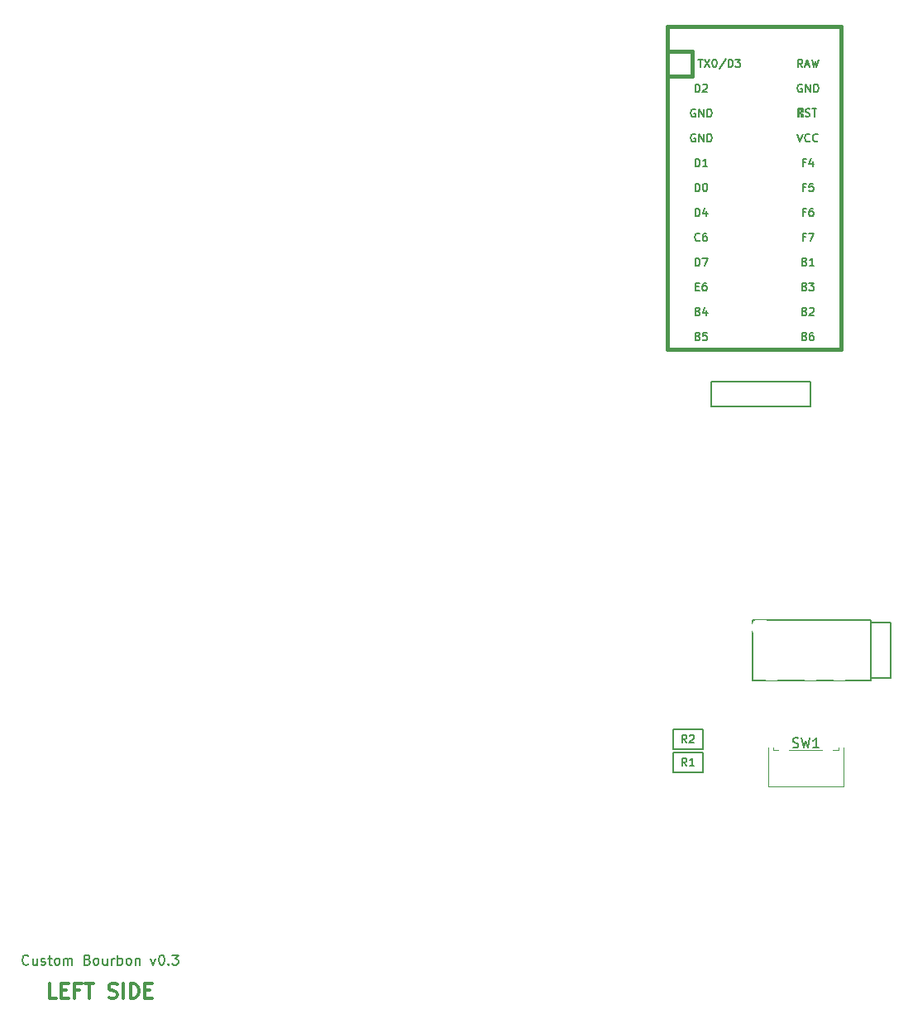
<source format=gto>
G04 #@! TF.GenerationSoftware,KiCad,Pcbnew,5.1.10*
G04 #@! TF.CreationDate,2021-07-11T16:17:35-04:00*
G04 #@! TF.ProjectId,v02_left,7630325f-6c65-4667-942e-6b696361645f,rev?*
G04 #@! TF.SameCoordinates,Original*
G04 #@! TF.FileFunction,Legend,Top*
G04 #@! TF.FilePolarity,Positive*
%FSLAX46Y46*%
G04 Gerber Fmt 4.6, Leading zero omitted, Abs format (unit mm)*
G04 Created by KiCad (PCBNEW 5.1.10) date 2021-07-11 16:17:35*
%MOMM*%
%LPD*%
G01*
G04 APERTURE LIST*
%ADD10C,0.300000*%
%ADD11C,0.150000*%
%ADD12C,0.120000*%
%ADD13C,0.381000*%
%ADD14C,2.200000*%
%ADD15C,1.200000*%
%ADD16C,2.100000*%
%ADD17C,1.750000*%
%ADD18O,2.000000X1.600000*%
%ADD19C,0.800000*%
%ADD20C,3.987800*%
%ADD21C,1.397000*%
%ADD22R,1.752600X1.752600*%
%ADD23C,1.752600*%
G04 APERTURE END LIST*
D10*
X-77525000Y-103866071D02*
X-78239285Y-103866071D01*
X-78239285Y-102366071D01*
X-77025000Y-103080357D02*
X-76525000Y-103080357D01*
X-76310714Y-103866071D02*
X-77025000Y-103866071D01*
X-77025000Y-102366071D01*
X-76310714Y-102366071D01*
X-75167857Y-103080357D02*
X-75667857Y-103080357D01*
X-75667857Y-103866071D02*
X-75667857Y-102366071D01*
X-74953571Y-102366071D01*
X-74596428Y-102366071D02*
X-73739285Y-102366071D01*
X-74167857Y-103866071D02*
X-74167857Y-102366071D01*
X-72167857Y-103794642D02*
X-71953571Y-103866071D01*
X-71596428Y-103866071D01*
X-71453571Y-103794642D01*
X-71382142Y-103723214D01*
X-71310714Y-103580357D01*
X-71310714Y-103437500D01*
X-71382142Y-103294642D01*
X-71453571Y-103223214D01*
X-71596428Y-103151785D01*
X-71882142Y-103080357D01*
X-72025000Y-103008928D01*
X-72096428Y-102937500D01*
X-72167857Y-102794642D01*
X-72167857Y-102651785D01*
X-72096428Y-102508928D01*
X-72025000Y-102437500D01*
X-71882142Y-102366071D01*
X-71525000Y-102366071D01*
X-71310714Y-102437500D01*
X-70667857Y-103866071D02*
X-70667857Y-102366071D01*
X-69953571Y-103866071D02*
X-69953571Y-102366071D01*
X-69596428Y-102366071D01*
X-69382142Y-102437500D01*
X-69239285Y-102580357D01*
X-69167857Y-102723214D01*
X-69096428Y-103008928D01*
X-69096428Y-103223214D01*
X-69167857Y-103508928D01*
X-69239285Y-103651785D01*
X-69382142Y-103794642D01*
X-69596428Y-103866071D01*
X-69953571Y-103866071D01*
X-68453571Y-103080357D02*
X-67953571Y-103080357D01*
X-67739285Y-103866071D02*
X-68453571Y-103866071D01*
X-68453571Y-102366071D01*
X-67739285Y-102366071D01*
D11*
X-80382142Y-100369642D02*
X-80429761Y-100417261D01*
X-80572619Y-100464880D01*
X-80667857Y-100464880D01*
X-80810714Y-100417261D01*
X-80905952Y-100322023D01*
X-80953571Y-100226785D01*
X-81001190Y-100036309D01*
X-81001190Y-99893452D01*
X-80953571Y-99702976D01*
X-80905952Y-99607738D01*
X-80810714Y-99512500D01*
X-80667857Y-99464880D01*
X-80572619Y-99464880D01*
X-80429761Y-99512500D01*
X-80382142Y-99560119D01*
X-79525000Y-99798214D02*
X-79525000Y-100464880D01*
X-79953571Y-99798214D02*
X-79953571Y-100322023D01*
X-79905952Y-100417261D01*
X-79810714Y-100464880D01*
X-79667857Y-100464880D01*
X-79572619Y-100417261D01*
X-79525000Y-100369642D01*
X-79096428Y-100417261D02*
X-79001190Y-100464880D01*
X-78810714Y-100464880D01*
X-78715476Y-100417261D01*
X-78667857Y-100322023D01*
X-78667857Y-100274404D01*
X-78715476Y-100179166D01*
X-78810714Y-100131547D01*
X-78953571Y-100131547D01*
X-79048809Y-100083928D01*
X-79096428Y-99988690D01*
X-79096428Y-99941071D01*
X-79048809Y-99845833D01*
X-78953571Y-99798214D01*
X-78810714Y-99798214D01*
X-78715476Y-99845833D01*
X-78382142Y-99798214D02*
X-78001190Y-99798214D01*
X-78239285Y-99464880D02*
X-78239285Y-100322023D01*
X-78191666Y-100417261D01*
X-78096428Y-100464880D01*
X-78001190Y-100464880D01*
X-77525000Y-100464880D02*
X-77620238Y-100417261D01*
X-77667857Y-100369642D01*
X-77715476Y-100274404D01*
X-77715476Y-99988690D01*
X-77667857Y-99893452D01*
X-77620238Y-99845833D01*
X-77525000Y-99798214D01*
X-77382142Y-99798214D01*
X-77286904Y-99845833D01*
X-77239285Y-99893452D01*
X-77191666Y-99988690D01*
X-77191666Y-100274404D01*
X-77239285Y-100369642D01*
X-77286904Y-100417261D01*
X-77382142Y-100464880D01*
X-77525000Y-100464880D01*
X-76763095Y-100464880D02*
X-76763095Y-99798214D01*
X-76763095Y-99893452D02*
X-76715476Y-99845833D01*
X-76620238Y-99798214D01*
X-76477380Y-99798214D01*
X-76382142Y-99845833D01*
X-76334523Y-99941071D01*
X-76334523Y-100464880D01*
X-76334523Y-99941071D02*
X-76286904Y-99845833D01*
X-76191666Y-99798214D01*
X-76048809Y-99798214D01*
X-75953571Y-99845833D01*
X-75905952Y-99941071D01*
X-75905952Y-100464880D01*
X-74334523Y-99941071D02*
X-74191666Y-99988690D01*
X-74144047Y-100036309D01*
X-74096428Y-100131547D01*
X-74096428Y-100274404D01*
X-74144047Y-100369642D01*
X-74191666Y-100417261D01*
X-74286904Y-100464880D01*
X-74667857Y-100464880D01*
X-74667857Y-99464880D01*
X-74334523Y-99464880D01*
X-74239285Y-99512500D01*
X-74191666Y-99560119D01*
X-74144047Y-99655357D01*
X-74144047Y-99750595D01*
X-74191666Y-99845833D01*
X-74239285Y-99893452D01*
X-74334523Y-99941071D01*
X-74667857Y-99941071D01*
X-73525000Y-100464880D02*
X-73620238Y-100417261D01*
X-73667857Y-100369642D01*
X-73715476Y-100274404D01*
X-73715476Y-99988690D01*
X-73667857Y-99893452D01*
X-73620238Y-99845833D01*
X-73525000Y-99798214D01*
X-73382142Y-99798214D01*
X-73286904Y-99845833D01*
X-73239285Y-99893452D01*
X-73191666Y-99988690D01*
X-73191666Y-100274404D01*
X-73239285Y-100369642D01*
X-73286904Y-100417261D01*
X-73382142Y-100464880D01*
X-73525000Y-100464880D01*
X-72334523Y-99798214D02*
X-72334523Y-100464880D01*
X-72763095Y-99798214D02*
X-72763095Y-100322023D01*
X-72715476Y-100417261D01*
X-72620238Y-100464880D01*
X-72477380Y-100464880D01*
X-72382142Y-100417261D01*
X-72334523Y-100369642D01*
X-71858333Y-100464880D02*
X-71858333Y-99798214D01*
X-71858333Y-99988690D02*
X-71810714Y-99893452D01*
X-71763095Y-99845833D01*
X-71667857Y-99798214D01*
X-71572619Y-99798214D01*
X-71239285Y-100464880D02*
X-71239285Y-99464880D01*
X-71239285Y-99845833D02*
X-71144047Y-99798214D01*
X-70953571Y-99798214D01*
X-70858333Y-99845833D01*
X-70810714Y-99893452D01*
X-70763095Y-99988690D01*
X-70763095Y-100274404D01*
X-70810714Y-100369642D01*
X-70858333Y-100417261D01*
X-70953571Y-100464880D01*
X-71144047Y-100464880D01*
X-71239285Y-100417261D01*
X-70191666Y-100464880D02*
X-70286904Y-100417261D01*
X-70334523Y-100369642D01*
X-70382142Y-100274404D01*
X-70382142Y-99988690D01*
X-70334523Y-99893452D01*
X-70286904Y-99845833D01*
X-70191666Y-99798214D01*
X-70048809Y-99798214D01*
X-69953571Y-99845833D01*
X-69905952Y-99893452D01*
X-69858333Y-99988690D01*
X-69858333Y-100274404D01*
X-69905952Y-100369642D01*
X-69953571Y-100417261D01*
X-70048809Y-100464880D01*
X-70191666Y-100464880D01*
X-69429761Y-99798214D02*
X-69429761Y-100464880D01*
X-69429761Y-99893452D02*
X-69382142Y-99845833D01*
X-69286904Y-99798214D01*
X-69144047Y-99798214D01*
X-69048809Y-99845833D01*
X-69001190Y-99941071D01*
X-69001190Y-100464880D01*
X-67858333Y-99798214D02*
X-67620238Y-100464880D01*
X-67382142Y-99798214D01*
X-66810714Y-99464880D02*
X-66715476Y-99464880D01*
X-66620238Y-99512500D01*
X-66572619Y-99560119D01*
X-66525000Y-99655357D01*
X-66477380Y-99845833D01*
X-66477380Y-100083928D01*
X-66525000Y-100274404D01*
X-66572619Y-100369642D01*
X-66620238Y-100417261D01*
X-66715476Y-100464880D01*
X-66810714Y-100464880D01*
X-66905952Y-100417261D01*
X-66953571Y-100369642D01*
X-67001190Y-100274404D01*
X-67048809Y-100083928D01*
X-67048809Y-99845833D01*
X-67001190Y-99655357D01*
X-66953571Y-99560119D01*
X-66905952Y-99512500D01*
X-66810714Y-99464880D01*
X-66048809Y-100369642D02*
X-66001190Y-100417261D01*
X-66048809Y-100464880D01*
X-66096428Y-100417261D01*
X-66048809Y-100369642D01*
X-66048809Y-100464880D01*
X-65667857Y-99464880D02*
X-65048809Y-99464880D01*
X-65382142Y-99845833D01*
X-65239285Y-99845833D01*
X-65144047Y-99893452D01*
X-65096428Y-99941071D01*
X-65048809Y-100036309D01*
X-65048809Y-100274404D01*
X-65096428Y-100369642D01*
X-65144047Y-100417261D01*
X-65239285Y-100464880D01*
X-65525000Y-100464880D01*
X-65620238Y-100417261D01*
X-65667857Y-100369642D01*
D12*
X890000Y-78500000D02*
X-2510000Y-78500000D01*
X2530000Y-78500000D02*
X1990000Y-78500000D01*
X-3610000Y-78500000D02*
X-4150000Y-78500000D01*
X-4150000Y-78500000D02*
X-4150000Y-78270000D01*
X3050000Y-82170000D02*
X3050000Y-78270000D01*
X-4670000Y-82170000D02*
X-4670000Y-78270000D01*
X3050000Y-82170000D02*
X-4670000Y-82170000D01*
X2530000Y-78500000D02*
X2530000Y-78270000D01*
D11*
X7855000Y-71082500D02*
X7855000Y-65482500D01*
X5855000Y-65482500D02*
X7855000Y-65482500D01*
X5855000Y-71082500D02*
X7855000Y-71082500D01*
X5855000Y-65232500D02*
X-6245000Y-65232500D01*
X5855000Y-71332500D02*
X-6245000Y-71332500D01*
X-6245000Y-71332500D02*
X-6245000Y-65232500D01*
X5855000Y-71332500D02*
X5855000Y-65232500D01*
X-14374890Y-78370760D02*
X-11372610Y-78370760D01*
X-14374890Y-76369240D02*
X-14374890Y-78370760D01*
X-11372610Y-76369240D02*
X-14374890Y-76369240D01*
X-11372610Y-78370760D02*
X-11372610Y-76369240D01*
X-11372610Y-78750490D02*
X-14374890Y-78750490D01*
X-11372610Y-80752010D02*
X-11372610Y-78750490D01*
X-14374890Y-80752010D02*
X-11372610Y-80752010D01*
X-14374890Y-78750490D02*
X-14374890Y-80752010D01*
X-10496250Y-43358750D02*
X-10496250Y-40818750D01*
X-336250Y-40818750D02*
X-336250Y-43358750D01*
X-10496250Y-40818750D02*
X-336250Y-40818750D01*
X-10496250Y-43358750D02*
X-336250Y-43358750D01*
D13*
X-12401250Y-7005000D02*
X-14941250Y-7005000D01*
X-14941250Y-4465000D02*
X-14941250Y-7005000D01*
X2838750Y-4465000D02*
X-14941250Y-4465000D01*
X2838750Y-7005000D02*
X2838750Y-4465000D01*
D11*
G36*
X-1119682Y-13484360D02*
G01*
X-1119682Y-13684360D01*
X-1219682Y-13684360D01*
X-1219682Y-13484360D01*
X-1119682Y-13484360D01*
G37*
X-1119682Y-13484360D02*
X-1119682Y-13684360D01*
X-1219682Y-13684360D01*
X-1219682Y-13484360D01*
X-1119682Y-13484360D01*
G36*
X-1519682Y-12884360D02*
G01*
X-1519682Y-13684360D01*
X-1619682Y-13684360D01*
X-1619682Y-12884360D01*
X-1519682Y-12884360D01*
G37*
X-1519682Y-12884360D02*
X-1519682Y-13684360D01*
X-1619682Y-13684360D01*
X-1619682Y-12884360D01*
X-1519682Y-12884360D01*
G36*
X-1119682Y-12884360D02*
G01*
X-1119682Y-12984360D01*
X-1619682Y-12984360D01*
X-1619682Y-12884360D01*
X-1119682Y-12884360D01*
G37*
X-1119682Y-12884360D02*
X-1119682Y-12984360D01*
X-1619682Y-12984360D01*
X-1619682Y-12884360D01*
X-1119682Y-12884360D01*
G36*
X-1319682Y-13284360D02*
G01*
X-1319682Y-13384360D01*
X-1419682Y-13384360D01*
X-1419682Y-13284360D01*
X-1319682Y-13284360D01*
G37*
X-1319682Y-13284360D02*
X-1319682Y-13384360D01*
X-1419682Y-13384360D01*
X-1419682Y-13284360D01*
X-1319682Y-13284360D01*
G36*
X-1119682Y-12884360D02*
G01*
X-1119682Y-13184360D01*
X-1219682Y-13184360D01*
X-1219682Y-12884360D01*
X-1119682Y-12884360D01*
G37*
X-1119682Y-12884360D02*
X-1119682Y-13184360D01*
X-1219682Y-13184360D01*
X-1219682Y-12884360D01*
X-1119682Y-12884360D01*
D13*
X-12401250Y-9545000D02*
X-14941250Y-9545000D01*
X-12401250Y-7005000D02*
X-12401250Y-9545000D01*
X2838750Y-37485000D02*
X2838750Y-7005000D01*
X-14941250Y-37485000D02*
X2838750Y-37485000D01*
X-14941250Y-7005000D02*
X-14941250Y-37485000D01*
D11*
X-2143333Y-78194761D02*
X-2000476Y-78242380D01*
X-1762380Y-78242380D01*
X-1667142Y-78194761D01*
X-1619523Y-78147142D01*
X-1571904Y-78051904D01*
X-1571904Y-77956666D01*
X-1619523Y-77861428D01*
X-1667142Y-77813809D01*
X-1762380Y-77766190D01*
X-1952857Y-77718571D01*
X-2048095Y-77670952D01*
X-2095714Y-77623333D01*
X-2143333Y-77528095D01*
X-2143333Y-77432857D01*
X-2095714Y-77337619D01*
X-2048095Y-77290000D01*
X-1952857Y-77242380D01*
X-1714761Y-77242380D01*
X-1571904Y-77290000D01*
X-1238571Y-77242380D02*
X-1000476Y-78242380D01*
X-810000Y-77528095D01*
X-619523Y-78242380D01*
X-381428Y-77242380D01*
X523333Y-78242380D02*
X-48095Y-78242380D01*
X237619Y-78242380D02*
X237619Y-77242380D01*
X142380Y-77385238D01*
X47142Y-77480476D01*
X-48095Y-77528095D01*
X-13007083Y-77731904D02*
X-13273750Y-77350952D01*
X-13464226Y-77731904D02*
X-13464226Y-76931904D01*
X-13159464Y-76931904D01*
X-13083273Y-76970000D01*
X-13045178Y-77008095D01*
X-13007083Y-77084285D01*
X-13007083Y-77198571D01*
X-13045178Y-77274761D01*
X-13083273Y-77312857D01*
X-13159464Y-77350952D01*
X-13464226Y-77350952D01*
X-12702321Y-77008095D02*
X-12664226Y-76970000D01*
X-12588035Y-76931904D01*
X-12397559Y-76931904D01*
X-12321369Y-76970000D01*
X-12283273Y-77008095D01*
X-12245178Y-77084285D01*
X-12245178Y-77160476D01*
X-12283273Y-77274761D01*
X-12740416Y-77731904D01*
X-12245178Y-77731904D01*
X-13007083Y-80113154D02*
X-13273750Y-79732202D01*
X-13464226Y-80113154D02*
X-13464226Y-79313154D01*
X-13159464Y-79313154D01*
X-13083273Y-79351250D01*
X-13045178Y-79389345D01*
X-13007083Y-79465535D01*
X-13007083Y-79579821D01*
X-13045178Y-79656011D01*
X-13083273Y-79694107D01*
X-13159464Y-79732202D01*
X-13464226Y-79732202D01*
X-12245178Y-80113154D02*
X-12702321Y-80113154D01*
X-12473750Y-80113154D02*
X-12473750Y-79313154D01*
X-12549940Y-79427440D01*
X-12626130Y-79503630D01*
X-12702321Y-79541726D01*
X-914059Y-33617857D02*
X-799773Y-33655952D01*
X-761678Y-33694047D01*
X-723583Y-33770238D01*
X-723583Y-33884523D01*
X-761678Y-33960714D01*
X-799773Y-33998809D01*
X-875964Y-34036904D01*
X-1180726Y-34036904D01*
X-1180726Y-33236904D01*
X-914059Y-33236904D01*
X-837869Y-33275000D01*
X-799773Y-33313095D01*
X-761678Y-33389285D01*
X-761678Y-33465476D01*
X-799773Y-33541666D01*
X-837869Y-33579761D01*
X-914059Y-33617857D01*
X-1180726Y-33617857D01*
X-418821Y-33313095D02*
X-380726Y-33275000D01*
X-304535Y-33236904D01*
X-114059Y-33236904D01*
X-37869Y-33275000D01*
X226Y-33313095D01*
X38321Y-33389285D01*
X38321Y-33465476D01*
X226Y-33579761D01*
X-456916Y-34036904D01*
X38321Y-34036904D01*
X-856916Y-25997857D02*
X-1123583Y-25997857D01*
X-1123583Y-26416904D02*
X-1123583Y-25616904D01*
X-742630Y-25616904D01*
X-514059Y-25616904D02*
X19273Y-25616904D01*
X-323583Y-26416904D01*
X-856916Y-23457857D02*
X-1123583Y-23457857D01*
X-1123583Y-23876904D02*
X-1123583Y-23076904D01*
X-742630Y-23076904D01*
X-95011Y-23076904D02*
X-247392Y-23076904D01*
X-323583Y-23115000D01*
X-361678Y-23153095D01*
X-437869Y-23267380D01*
X-475964Y-23419761D01*
X-475964Y-23724523D01*
X-437869Y-23800714D01*
X-399773Y-23838809D01*
X-323583Y-23876904D01*
X-171202Y-23876904D01*
X-95011Y-23838809D01*
X-56916Y-23800714D01*
X-18821Y-23724523D01*
X-18821Y-23534047D01*
X-56916Y-23457857D01*
X-95011Y-23419761D01*
X-171202Y-23381666D01*
X-323583Y-23381666D01*
X-399773Y-23419761D01*
X-437869Y-23457857D01*
X-475964Y-23534047D01*
X-856916Y-20917857D02*
X-1123583Y-20917857D01*
X-1123583Y-21336904D02*
X-1123583Y-20536904D01*
X-742630Y-20536904D01*
X-56916Y-20536904D02*
X-437869Y-20536904D01*
X-475964Y-20917857D01*
X-437869Y-20879761D01*
X-361678Y-20841666D01*
X-171202Y-20841666D01*
X-95011Y-20879761D01*
X-56916Y-20917857D01*
X-18821Y-20994047D01*
X-18821Y-21184523D01*
X-56916Y-21260714D01*
X-95011Y-21298809D01*
X-171202Y-21336904D01*
X-361678Y-21336904D01*
X-437869Y-21298809D01*
X-475964Y-21260714D01*
X-1142630Y-8636904D02*
X-1409297Y-8255952D01*
X-1599773Y-8636904D02*
X-1599773Y-7836904D01*
X-1295011Y-7836904D01*
X-1218821Y-7875000D01*
X-1180726Y-7913095D01*
X-1142630Y-7989285D01*
X-1142630Y-8103571D01*
X-1180726Y-8179761D01*
X-1218821Y-8217857D01*
X-1295011Y-8255952D01*
X-1599773Y-8255952D01*
X-837869Y-8408333D02*
X-456916Y-8408333D01*
X-914059Y-8636904D02*
X-647392Y-7836904D01*
X-380726Y-8636904D01*
X-190250Y-7836904D02*
X226Y-8636904D01*
X152607Y-8065476D01*
X304988Y-8636904D01*
X495464Y-7836904D01*
X-1199773Y-10415000D02*
X-1275964Y-10376904D01*
X-1390250Y-10376904D01*
X-1504535Y-10415000D01*
X-1580726Y-10491190D01*
X-1618821Y-10567380D01*
X-1656916Y-10719761D01*
X-1656916Y-10834047D01*
X-1618821Y-10986428D01*
X-1580726Y-11062619D01*
X-1504535Y-11138809D01*
X-1390250Y-11176904D01*
X-1314059Y-11176904D01*
X-1199773Y-11138809D01*
X-1161678Y-11100714D01*
X-1161678Y-10834047D01*
X-1314059Y-10834047D01*
X-818821Y-11176904D02*
X-818821Y-10376904D01*
X-361678Y-11176904D01*
X-361678Y-10376904D01*
X19273Y-11176904D02*
X19273Y-10376904D01*
X209749Y-10376904D01*
X324035Y-10415000D01*
X400226Y-10491190D01*
X438321Y-10567380D01*
X476416Y-10719761D01*
X476416Y-10834047D01*
X438321Y-10986428D01*
X400226Y-11062619D01*
X324035Y-11138809D01*
X209749Y-11176904D01*
X19273Y-11176904D01*
X-851463Y-13648809D02*
X-737177Y-13686904D01*
X-546701Y-13686904D01*
X-470510Y-13648809D01*
X-432415Y-13610714D01*
X-394320Y-13534523D01*
X-394320Y-13458333D01*
X-432415Y-13382142D01*
X-470510Y-13344047D01*
X-546701Y-13305952D01*
X-699082Y-13267857D01*
X-775272Y-13229761D01*
X-813368Y-13191666D01*
X-851463Y-13115476D01*
X-851463Y-13039285D01*
X-813368Y-12963095D01*
X-775272Y-12925000D01*
X-699082Y-12886904D01*
X-508606Y-12886904D01*
X-394320Y-12925000D01*
X-165749Y-12886904D02*
X291393Y-12886904D01*
X62822Y-13686904D02*
X62822Y-12886904D01*
X-1656916Y-15456904D02*
X-1390250Y-16256904D01*
X-1123583Y-15456904D01*
X-399773Y-16180714D02*
X-437869Y-16218809D01*
X-552154Y-16256904D01*
X-628345Y-16256904D01*
X-742630Y-16218809D01*
X-818821Y-16142619D01*
X-856916Y-16066428D01*
X-895011Y-15914047D01*
X-895011Y-15799761D01*
X-856916Y-15647380D01*
X-818821Y-15571190D01*
X-742630Y-15495000D01*
X-628345Y-15456904D01*
X-552154Y-15456904D01*
X-437869Y-15495000D01*
X-399773Y-15533095D01*
X400226Y-16180714D02*
X362130Y-16218809D01*
X247845Y-16256904D01*
X171654Y-16256904D01*
X57369Y-16218809D01*
X-18821Y-16142619D01*
X-56916Y-16066428D01*
X-95011Y-15914047D01*
X-95011Y-15799761D01*
X-56916Y-15647380D01*
X-18821Y-15571190D01*
X57369Y-15495000D01*
X171654Y-15456904D01*
X247845Y-15456904D01*
X362130Y-15495000D01*
X400226Y-15533095D01*
X-856916Y-18377857D02*
X-1123583Y-18377857D01*
X-1123583Y-18796904D02*
X-1123583Y-17996904D01*
X-742630Y-17996904D01*
X-95011Y-18263571D02*
X-95011Y-18796904D01*
X-285488Y-17958809D02*
X-475964Y-18530238D01*
X19273Y-18530238D01*
X-914059Y-28537857D02*
X-799773Y-28575952D01*
X-761678Y-28614047D01*
X-723583Y-28690238D01*
X-723583Y-28804523D01*
X-761678Y-28880714D01*
X-799773Y-28918809D01*
X-875964Y-28956904D01*
X-1180726Y-28956904D01*
X-1180726Y-28156904D01*
X-914059Y-28156904D01*
X-837869Y-28195000D01*
X-799773Y-28233095D01*
X-761678Y-28309285D01*
X-761678Y-28385476D01*
X-799773Y-28461666D01*
X-837869Y-28499761D01*
X-914059Y-28537857D01*
X-1180726Y-28537857D01*
X38321Y-28956904D02*
X-418821Y-28956904D01*
X-190250Y-28956904D02*
X-190250Y-28156904D01*
X-266440Y-28271190D01*
X-342630Y-28347380D01*
X-418821Y-28385476D01*
X-914059Y-31077857D02*
X-799773Y-31115952D01*
X-761678Y-31154047D01*
X-723583Y-31230238D01*
X-723583Y-31344523D01*
X-761678Y-31420714D01*
X-799773Y-31458809D01*
X-875964Y-31496904D01*
X-1180726Y-31496904D01*
X-1180726Y-30696904D01*
X-914059Y-30696904D01*
X-837869Y-30735000D01*
X-799773Y-30773095D01*
X-761678Y-30849285D01*
X-761678Y-30925476D01*
X-799773Y-31001666D01*
X-837869Y-31039761D01*
X-914059Y-31077857D01*
X-1180726Y-31077857D01*
X-456916Y-30696904D02*
X38321Y-30696904D01*
X-228345Y-31001666D01*
X-114059Y-31001666D01*
X-37869Y-31039761D01*
X226Y-31077857D01*
X38321Y-31154047D01*
X38321Y-31344523D01*
X226Y-31420714D01*
X-37869Y-31458809D01*
X-114059Y-31496904D01*
X-342630Y-31496904D01*
X-418821Y-31458809D01*
X-456916Y-31420714D01*
X-914059Y-36157857D02*
X-799773Y-36195952D01*
X-761678Y-36234047D01*
X-723583Y-36310238D01*
X-723583Y-36424523D01*
X-761678Y-36500714D01*
X-799773Y-36538809D01*
X-875964Y-36576904D01*
X-1180726Y-36576904D01*
X-1180726Y-35776904D01*
X-914059Y-35776904D01*
X-837869Y-35815000D01*
X-799773Y-35853095D01*
X-761678Y-35929285D01*
X-761678Y-36005476D01*
X-799773Y-36081666D01*
X-837869Y-36119761D01*
X-914059Y-36157857D01*
X-1180726Y-36157857D01*
X-37869Y-35776904D02*
X-190250Y-35776904D01*
X-266440Y-35815000D01*
X-304535Y-35853095D01*
X-380726Y-35967380D01*
X-418821Y-36119761D01*
X-418821Y-36424523D01*
X-380726Y-36500714D01*
X-342630Y-36538809D01*
X-266440Y-36576904D01*
X-114059Y-36576904D01*
X-37869Y-36538809D01*
X226Y-36500714D01*
X38321Y-36424523D01*
X38321Y-36234047D01*
X226Y-36157857D01*
X-37869Y-36119761D01*
X-114059Y-36081666D01*
X-266440Y-36081666D01*
X-342630Y-36119761D01*
X-380726Y-36157857D01*
X-418821Y-36234047D01*
X-11836059Y-36157857D02*
X-11721773Y-36195952D01*
X-11683678Y-36234047D01*
X-11645583Y-36310238D01*
X-11645583Y-36424523D01*
X-11683678Y-36500714D01*
X-11721773Y-36538809D01*
X-11797964Y-36576904D01*
X-12102726Y-36576904D01*
X-12102726Y-35776904D01*
X-11836059Y-35776904D01*
X-11759869Y-35815000D01*
X-11721773Y-35853095D01*
X-11683678Y-35929285D01*
X-11683678Y-36005476D01*
X-11721773Y-36081666D01*
X-11759869Y-36119761D01*
X-11836059Y-36157857D01*
X-12102726Y-36157857D01*
X-10921773Y-35776904D02*
X-11302726Y-35776904D01*
X-11340821Y-36157857D01*
X-11302726Y-36119761D01*
X-11226535Y-36081666D01*
X-11036059Y-36081666D01*
X-10959869Y-36119761D01*
X-10921773Y-36157857D01*
X-10883678Y-36234047D01*
X-10883678Y-36424523D01*
X-10921773Y-36500714D01*
X-10959869Y-36538809D01*
X-11036059Y-36576904D01*
X-11226535Y-36576904D01*
X-11302726Y-36538809D01*
X-11340821Y-36500714D01*
X-11836059Y-33617857D02*
X-11721773Y-33655952D01*
X-11683678Y-33694047D01*
X-11645583Y-33770238D01*
X-11645583Y-33884523D01*
X-11683678Y-33960714D01*
X-11721773Y-33998809D01*
X-11797964Y-34036904D01*
X-12102726Y-34036904D01*
X-12102726Y-33236904D01*
X-11836059Y-33236904D01*
X-11759869Y-33275000D01*
X-11721773Y-33313095D01*
X-11683678Y-33389285D01*
X-11683678Y-33465476D01*
X-11721773Y-33541666D01*
X-11759869Y-33579761D01*
X-11836059Y-33617857D01*
X-12102726Y-33617857D01*
X-10959869Y-33503571D02*
X-10959869Y-34036904D01*
X-11150345Y-33198809D02*
X-11340821Y-33770238D01*
X-10845583Y-33770238D01*
X-12064630Y-31077857D02*
X-11797964Y-31077857D01*
X-11683678Y-31496904D02*
X-12064630Y-31496904D01*
X-12064630Y-30696904D01*
X-11683678Y-30696904D01*
X-10997964Y-30696904D02*
X-11150345Y-30696904D01*
X-11226535Y-30735000D01*
X-11264630Y-30773095D01*
X-11340821Y-30887380D01*
X-11378916Y-31039761D01*
X-11378916Y-31344523D01*
X-11340821Y-31420714D01*
X-11302726Y-31458809D01*
X-11226535Y-31496904D01*
X-11074154Y-31496904D01*
X-10997964Y-31458809D01*
X-10959869Y-31420714D01*
X-10921773Y-31344523D01*
X-10921773Y-31154047D01*
X-10959869Y-31077857D01*
X-10997964Y-31039761D01*
X-11074154Y-31001666D01*
X-11226535Y-31001666D01*
X-11302726Y-31039761D01*
X-11340821Y-31077857D01*
X-11378916Y-31154047D01*
X-12102726Y-28956904D02*
X-12102726Y-28156904D01*
X-11912250Y-28156904D01*
X-11797964Y-28195000D01*
X-11721773Y-28271190D01*
X-11683678Y-28347380D01*
X-11645583Y-28499761D01*
X-11645583Y-28614047D01*
X-11683678Y-28766428D01*
X-11721773Y-28842619D01*
X-11797964Y-28918809D01*
X-11912250Y-28956904D01*
X-12102726Y-28956904D01*
X-11378916Y-28156904D02*
X-10845583Y-28156904D01*
X-11188440Y-28956904D01*
X-11645583Y-26340714D02*
X-11683678Y-26378809D01*
X-11797964Y-26416904D01*
X-11874154Y-26416904D01*
X-11988440Y-26378809D01*
X-12064630Y-26302619D01*
X-12102726Y-26226428D01*
X-12140821Y-26074047D01*
X-12140821Y-25959761D01*
X-12102726Y-25807380D01*
X-12064630Y-25731190D01*
X-11988440Y-25655000D01*
X-11874154Y-25616904D01*
X-11797964Y-25616904D01*
X-11683678Y-25655000D01*
X-11645583Y-25693095D01*
X-10959869Y-25616904D02*
X-11112250Y-25616904D01*
X-11188440Y-25655000D01*
X-11226535Y-25693095D01*
X-11302726Y-25807380D01*
X-11340821Y-25959761D01*
X-11340821Y-26264523D01*
X-11302726Y-26340714D01*
X-11264630Y-26378809D01*
X-11188440Y-26416904D01*
X-11036059Y-26416904D01*
X-10959869Y-26378809D01*
X-10921773Y-26340714D01*
X-10883678Y-26264523D01*
X-10883678Y-26074047D01*
X-10921773Y-25997857D01*
X-10959869Y-25959761D01*
X-11036059Y-25921666D01*
X-11188440Y-25921666D01*
X-11264630Y-25959761D01*
X-11302726Y-25997857D01*
X-11340821Y-26074047D01*
X-12102726Y-23876904D02*
X-12102726Y-23076904D01*
X-11912250Y-23076904D01*
X-11797964Y-23115000D01*
X-11721773Y-23191190D01*
X-11683678Y-23267380D01*
X-11645583Y-23419761D01*
X-11645583Y-23534047D01*
X-11683678Y-23686428D01*
X-11721773Y-23762619D01*
X-11797964Y-23838809D01*
X-11912250Y-23876904D01*
X-12102726Y-23876904D01*
X-10959869Y-23343571D02*
X-10959869Y-23876904D01*
X-11150345Y-23038809D02*
X-11340821Y-23610238D01*
X-10845583Y-23610238D01*
X-12121773Y-12955000D02*
X-12197964Y-12916904D01*
X-12312250Y-12916904D01*
X-12426535Y-12955000D01*
X-12502726Y-13031190D01*
X-12540821Y-13107380D01*
X-12578916Y-13259761D01*
X-12578916Y-13374047D01*
X-12540821Y-13526428D01*
X-12502726Y-13602619D01*
X-12426535Y-13678809D01*
X-12312250Y-13716904D01*
X-12236059Y-13716904D01*
X-12121773Y-13678809D01*
X-12083678Y-13640714D01*
X-12083678Y-13374047D01*
X-12236059Y-13374047D01*
X-11740821Y-13716904D02*
X-11740821Y-12916904D01*
X-11283678Y-13716904D01*
X-11283678Y-12916904D01*
X-10902726Y-13716904D02*
X-10902726Y-12916904D01*
X-10712250Y-12916904D01*
X-10597964Y-12955000D01*
X-10521773Y-13031190D01*
X-10483678Y-13107380D01*
X-10445583Y-13259761D01*
X-10445583Y-13374047D01*
X-10483678Y-13526428D01*
X-10521773Y-13602619D01*
X-10597964Y-13678809D01*
X-10712250Y-13716904D01*
X-10902726Y-13716904D01*
X-12121773Y-15495000D02*
X-12197964Y-15456904D01*
X-12312250Y-15456904D01*
X-12426535Y-15495000D01*
X-12502726Y-15571190D01*
X-12540821Y-15647380D01*
X-12578916Y-15799761D01*
X-12578916Y-15914047D01*
X-12540821Y-16066428D01*
X-12502726Y-16142619D01*
X-12426535Y-16218809D01*
X-12312250Y-16256904D01*
X-12236059Y-16256904D01*
X-12121773Y-16218809D01*
X-12083678Y-16180714D01*
X-12083678Y-15914047D01*
X-12236059Y-15914047D01*
X-11740821Y-16256904D02*
X-11740821Y-15456904D01*
X-11283678Y-16256904D01*
X-11283678Y-15456904D01*
X-10902726Y-16256904D02*
X-10902726Y-15456904D01*
X-10712250Y-15456904D01*
X-10597964Y-15495000D01*
X-10521773Y-15571190D01*
X-10483678Y-15647380D01*
X-10445583Y-15799761D01*
X-10445583Y-15914047D01*
X-10483678Y-16066428D01*
X-10521773Y-16142619D01*
X-10597964Y-16218809D01*
X-10712250Y-16256904D01*
X-10902726Y-16256904D01*
X-12102726Y-18796904D02*
X-12102726Y-17996904D01*
X-11912250Y-17996904D01*
X-11797964Y-18035000D01*
X-11721773Y-18111190D01*
X-11683678Y-18187380D01*
X-11645583Y-18339761D01*
X-11645583Y-18454047D01*
X-11683678Y-18606428D01*
X-11721773Y-18682619D01*
X-11797964Y-18758809D01*
X-11912250Y-18796904D01*
X-12102726Y-18796904D01*
X-10883678Y-18796904D02*
X-11340821Y-18796904D01*
X-11112250Y-18796904D02*
X-11112250Y-17996904D01*
X-11188440Y-18111190D01*
X-11264630Y-18187380D01*
X-11340821Y-18225476D01*
X-12102726Y-21336904D02*
X-12102726Y-20536904D01*
X-11912250Y-20536904D01*
X-11797964Y-20575000D01*
X-11721773Y-20651190D01*
X-11683678Y-20727380D01*
X-11645583Y-20879761D01*
X-11645583Y-20994047D01*
X-11683678Y-21146428D01*
X-11721773Y-21222619D01*
X-11797964Y-21298809D01*
X-11912250Y-21336904D01*
X-12102726Y-21336904D01*
X-11150345Y-20536904D02*
X-11074154Y-20536904D01*
X-10997964Y-20575000D01*
X-10959869Y-20613095D01*
X-10921773Y-20689285D01*
X-10883678Y-20841666D01*
X-10883678Y-21032142D01*
X-10921773Y-21184523D01*
X-10959869Y-21260714D01*
X-10997964Y-21298809D01*
X-11074154Y-21336904D01*
X-11150345Y-21336904D01*
X-11226535Y-21298809D01*
X-11264630Y-21260714D01*
X-11302726Y-21184523D01*
X-11340821Y-21032142D01*
X-11340821Y-20841666D01*
X-11302726Y-20689285D01*
X-11264630Y-20613095D01*
X-11226535Y-20575000D01*
X-11150345Y-20536904D01*
X-12102726Y-11176904D02*
X-12102726Y-10376904D01*
X-11912250Y-10376904D01*
X-11797964Y-10415000D01*
X-11721773Y-10491190D01*
X-11683678Y-10567380D01*
X-11645583Y-10719761D01*
X-11645583Y-10834047D01*
X-11683678Y-10986428D01*
X-11721773Y-11062619D01*
X-11797964Y-11138809D01*
X-11912250Y-11176904D01*
X-12102726Y-11176904D01*
X-11340821Y-10453095D02*
X-11302726Y-10415000D01*
X-11226535Y-10376904D01*
X-11036059Y-10376904D01*
X-10959869Y-10415000D01*
X-10921773Y-10453095D01*
X-10883678Y-10529285D01*
X-10883678Y-10605476D01*
X-10921773Y-10719761D01*
X-11378916Y-11176904D01*
X-10883678Y-11176904D01*
X-11813598Y-7836904D02*
X-11356455Y-7836904D01*
X-11585026Y-8636904D02*
X-11585026Y-7836904D01*
X-11165979Y-7836904D02*
X-10632645Y-8636904D01*
X-10632645Y-7836904D02*
X-11165979Y-8636904D01*
X-10175502Y-7836904D02*
X-10099312Y-7836904D01*
X-10023122Y-7875000D01*
X-9985026Y-7913095D01*
X-9946931Y-7989285D01*
X-9908836Y-8141666D01*
X-9908836Y-8332142D01*
X-9946931Y-8484523D01*
X-9985026Y-8560714D01*
X-10023122Y-8598809D01*
X-10099312Y-8636904D01*
X-10175502Y-8636904D01*
X-10251693Y-8598809D01*
X-10289788Y-8560714D01*
X-10327883Y-8484523D01*
X-10365979Y-8332142D01*
X-10365979Y-8141666D01*
X-10327883Y-7989285D01*
X-10289788Y-7913095D01*
X-10251693Y-7875000D01*
X-10175502Y-7836904D01*
X-8994550Y-7798809D02*
X-9680264Y-8827380D01*
X-8727883Y-8636904D02*
X-8727883Y-7836904D01*
X-8537407Y-7836904D01*
X-8423122Y-7875000D01*
X-8346931Y-7951190D01*
X-8308836Y-8027380D01*
X-8270741Y-8179761D01*
X-8270741Y-8294047D01*
X-8308836Y-8446428D01*
X-8346931Y-8522619D01*
X-8423122Y-8598809D01*
X-8537407Y-8636904D01*
X-8727883Y-8636904D01*
X-8004074Y-7836904D02*
X-7508836Y-7836904D01*
X-7775502Y-8141666D01*
X-7661217Y-8141666D01*
X-7585026Y-8179761D01*
X-7546931Y-8217857D01*
X-7508836Y-8294047D01*
X-7508836Y-8484523D01*
X-7546931Y-8560714D01*
X-7585026Y-8598809D01*
X-7661217Y-8636904D01*
X-7889788Y-8636904D01*
X-7965979Y-8598809D01*
X-8004074Y-8560714D01*
%LPC*%
D14*
X-19560000Y-50800000D03*
X2381250Y-50800000D03*
D15*
X-810000Y-80680000D03*
D16*
X2690000Y-76980000D03*
D17*
X1690000Y-79470000D03*
X-3310000Y-79470000D03*
D16*
X-4320000Y-76980000D03*
D18*
X-345000Y-70582500D03*
D19*
X4255000Y-68282500D03*
X-2745000Y-68282500D03*
D18*
X2655000Y-70582500D03*
X-4345000Y-70582500D03*
X-5445000Y-65982500D03*
D20*
X-125412500Y-116681250D03*
D17*
X-130492500Y-116681250D03*
X-120332500Y-116681250D03*
D20*
X-113506250Y-24003000D03*
D17*
X-118586250Y-24003000D03*
X-108426250Y-24003000D03*
D20*
X-37306250Y-50228500D03*
D17*
X-37306250Y-55308500D03*
X-37306250Y-45148500D03*
D20*
X-56356250Y-45466000D03*
D17*
X-61436250Y-45466000D03*
X-51276250Y-45466000D03*
D20*
X-113506250Y-43053000D03*
D17*
X-118586250Y-43053000D03*
X-108426250Y-43053000D03*
D20*
X-56356250Y-26416000D03*
D17*
X-61436250Y-26416000D03*
X-51276250Y-26416000D03*
D21*
X-15413750Y-77370000D03*
X-10333750Y-77370000D03*
X-10333750Y-79751250D03*
X-15413750Y-79751250D03*
X-1606250Y-42088750D03*
X-4146250Y-42088750D03*
X-6686250Y-42088750D03*
X-9226250Y-42088750D03*
D22*
X-13671250Y-8275000D03*
D23*
X-13671250Y-10815000D03*
X-13671250Y-13355000D03*
X-13671250Y-15895000D03*
X-13671250Y-18435000D03*
X-13671250Y-20975000D03*
X-13671250Y-23515000D03*
X-13671250Y-26055000D03*
X-13671250Y-28595000D03*
X-13671250Y-31135000D03*
X-13671250Y-33675000D03*
X1568750Y-36215000D03*
X1568750Y-33675000D03*
X1568750Y-31135000D03*
X1568750Y-28595000D03*
X1568750Y-26055000D03*
X1568750Y-23515000D03*
X1568750Y-20975000D03*
X1568750Y-18435000D03*
X1568750Y-15895000D03*
X1568750Y-13355000D03*
X1568750Y-10815000D03*
X-13671250Y-36215000D03*
X1568750Y-8275000D03*
D20*
X-36068000Y-118618000D03*
D17*
X-40467409Y-116078000D03*
X-31668591Y-121158000D03*
D20*
X-75406250Y-116681250D03*
D17*
X-80486250Y-116681250D03*
X-70326250Y-116681250D03*
D20*
X-94392750Y-97631250D03*
D17*
X-99472750Y-97631250D03*
X-89312750Y-97631250D03*
D20*
X-101600000Y-116681250D03*
D17*
X-106680000Y-116681250D03*
X-96520000Y-116681250D03*
D20*
X-149225000Y-116681250D03*
D17*
X-154305000Y-116681250D03*
X-144145000Y-116681250D03*
D20*
X-26543000Y-102108000D03*
D17*
X-30942409Y-99568000D03*
X-22143591Y-104648000D03*
D20*
X-56356250Y-83566000D03*
D17*
X-61436250Y-83566000D03*
X-51276250Y-83566000D03*
D20*
X-75406250Y-82550000D03*
D17*
X-80486250Y-82550000D03*
X-70326250Y-82550000D03*
D20*
X-94456250Y-73787000D03*
D17*
X-99536250Y-73787000D03*
X-89376250Y-73787000D03*
D20*
X-113506250Y-81153000D03*
D17*
X-118586250Y-81153000D03*
X-108426250Y-81153000D03*
D20*
X-132556250Y-100012500D03*
D17*
X-137636250Y-100012500D03*
X-127476250Y-100012500D03*
D20*
X-151606250Y-97631250D03*
D17*
X-156686250Y-97631250D03*
X-146526250Y-97631250D03*
D20*
X-56356250Y-64516000D03*
D17*
X-61436250Y-64516000D03*
X-51276250Y-64516000D03*
D20*
X-75406250Y-63500000D03*
D17*
X-80486250Y-63500000D03*
X-70326250Y-63500000D03*
D20*
X-94456250Y-54737000D03*
D17*
X-99536250Y-54737000D03*
X-89376250Y-54737000D03*
D20*
X-113506250Y-62103000D03*
D17*
X-118586250Y-62103000D03*
X-108426250Y-62103000D03*
D20*
X-132556250Y-78581250D03*
D17*
X-137636250Y-78581250D03*
X-127476250Y-78581250D03*
D20*
X-151606250Y-78581250D03*
D17*
X-156686250Y-78581250D03*
X-146526250Y-78581250D03*
D20*
X-75406250Y-44450000D03*
D17*
X-80486250Y-44450000D03*
X-70326250Y-44450000D03*
D20*
X-94456250Y-35687000D03*
D17*
X-99536250Y-35687000D03*
X-89376250Y-35687000D03*
D20*
X-132556250Y-59531250D03*
D17*
X-137636250Y-59531250D03*
X-127476250Y-59531250D03*
D20*
X-151606250Y-59531250D03*
D17*
X-156686250Y-59531250D03*
X-146526250Y-59531250D03*
D20*
X-37306250Y-26416000D03*
D17*
X-42386250Y-26416000D03*
X-32226250Y-26416000D03*
D20*
X-75406250Y-25400000D03*
D17*
X-80486250Y-25400000D03*
X-70326250Y-25400000D03*
D20*
X-94456250Y-16637000D03*
D17*
X-99536250Y-16637000D03*
X-89376250Y-16637000D03*
D20*
X-132556250Y-40481250D03*
D17*
X-137636250Y-40481250D03*
X-127476250Y-40481250D03*
D20*
X-151606250Y-40481250D03*
D17*
X-156686250Y-40481250D03*
X-146526250Y-40481250D03*
M02*

</source>
